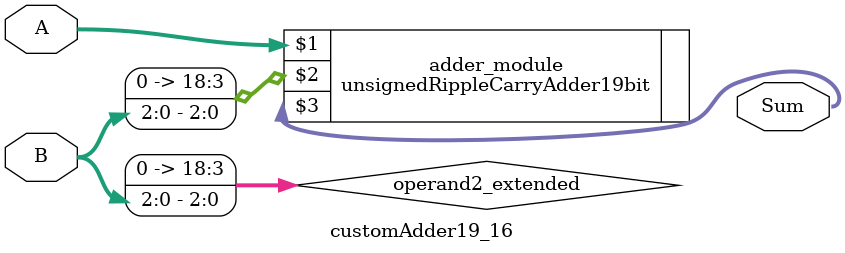
<source format=v>

module customAdder19_16(
                    input [18 : 0] A,
                    input [2 : 0] B,
                    
                    output [19 : 0] Sum
            );

    wire [18 : 0] operand2_extended;
    
    assign operand2_extended =  {16'b0, B};
    
    unsignedRippleCarryAdder19bit adder_module(
        A,
        operand2_extended,
        Sum
    );
    
endmodule
        
</source>
